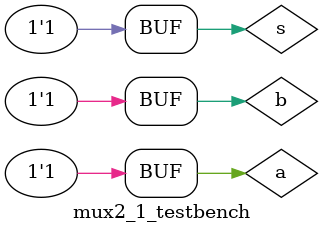
<source format=sv>


//`timescale time_unit base / precision base
`timescale 1ns/10ps

module mux2_1(a, b, s, out);
		input logic		a, b, s;
		output logic	out;
		
		//Follow the equation
		//Out = (~S)A + SB
		//temp logic to hold outputs from gate primitives not and and
		logic notS, temp1, temp2;  
		
		//gate primitive not for ~s
		//gate primitive and for ~sa and sb
		//gate primitive or for temp1 OR temp2 to get out
		not #0.05 aintThis(notS,  s);
		and #0.05 andNot(temp1, notS, a);     
		and #0.05 andThem(temp2, s, b);
		or  #0.05 orThem(out, temp1, temp2);
endmodule

//mux2_1_testbench tests all eight possible cases for expected,
//unexpected, and edgcase behavior. This testbench is setup like 
//a truth table to test when each input is high, or low with all
//other inputs when they are high, or low.		
module mux2_1_testbench();
		logic a, b, s, out;
		
		mux2_1 dut(.a, .b, .s, .out);
		
		initial begin 
			a <= 0; b <= 0; s <= 0;		#10;
			a <= 0; b <= 0; s <= 1;		#10;
			a <= 0; b <= 1; s <= 0;		#10;
			a <= 0; b <= 1; s <= 1;		#10;
			a <= 1; b <= 0; s <= 0;		#10;
			a <= 1; b <= 0; s <= 1;		#10;
			a <= 1; b <= 1; s <= 0;		#10;
			a <= 1; b <= 1; s <= 1;		#10;
		end
endmodule  
</source>
